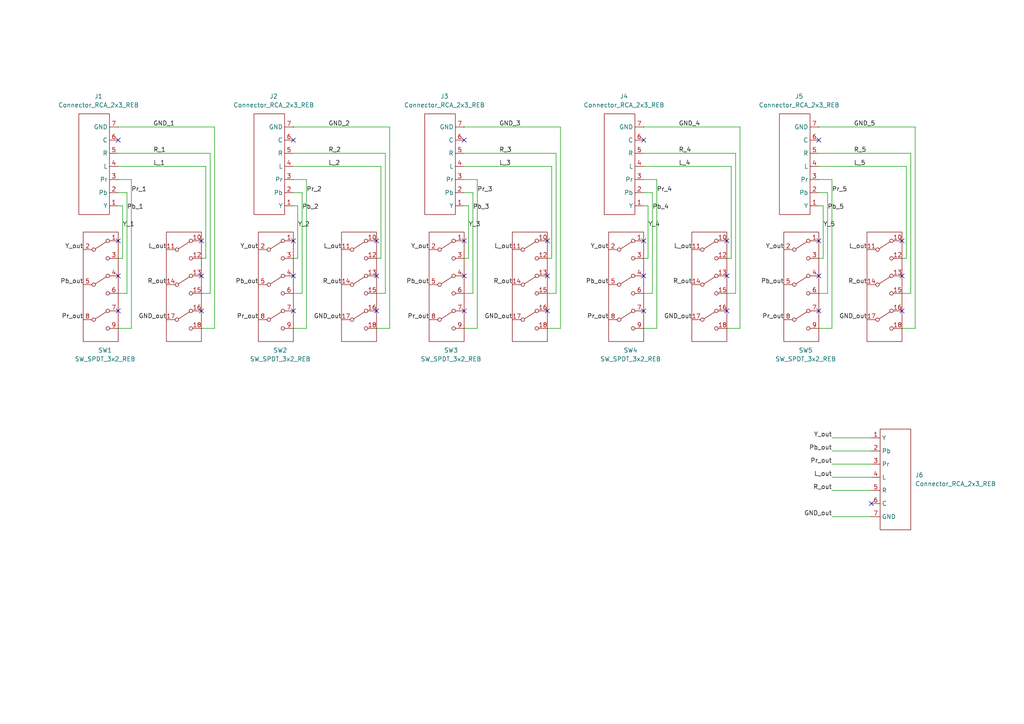
<source format=kicad_sch>
(kicad_sch (version 20211123) (generator eeschema)
  (paper "A4")
  (lib_symbols
    (symbol "Connector_RCA_2x3_REB_1"
      (property "Reference" "J" (at 11.43 2.54 0))
      (property "Value" "Connector_RCA_2x3_REB_1" (at 19.05 -13.97 90))
      (symbol "Connector_RCA_2x3_REB_1_0_1"
        (rectangle (start 5.08 -25.4) (end 5.08 -25.4))
        (rectangle (start 5.08 -25.4) (end 5.08 -25.4))
        (rectangle (start 5.08 -25.4) (end 5.08 -25.4))
        (rectangle (start 5.08 -25.4) (end 5.08 -25.4))
        (rectangle (start 5.08 -25.4) (end 5.08 -25.4))
        (rectangle (start 5.08 -25.4) (end 5.08 -25.4))
        (rectangle (start 5.08 -25.4) (end 5.08 -25.4))
        (rectangle (start 5.08 -25.4) (end 5.08 -25.4))
        (rectangle (start 5.08 -25.4) (end 5.08 -25.4))
        (rectangle (start 5.08 -25.4) (end 5.08 -25.4))
        (rectangle (start 5.08 -25.4) (end 5.08 -25.4))
        (rectangle (start 7.62 0) (end 16.51 -29.21))
      )
      (symbol "Connector_RCA_2x3_REB_1_1_1"
        (pin bidirectional line (at 5.08 -2.54 0) (length 2.54) (name "Y") (number "1"))
        (pin bidirectional line (at 5.08 -6.35 0) (length 2.54) (name "Pb") (number "2"))
        (pin bidirectional line (at 5.08 -10.16 0) (length 2.54) (name "Pr") (number "3"))
        (pin bidirectional line (at 5.08 -13.97 0) (length 2.54) (name "L") (number "4"))
        (pin bidirectional line (at 5.08 -17.78 0) (length 2.54) (name "R") (number "5"))
        (pin bidirectional line (at 5.08 -21.59 0) (length 2.54) (name "C") (number "6"))
        (pin bidirectional line (at 5.08 -25.4 0) (length 2.54) (name "GND") (number "7"))
        (pin passive line (at 5.08 -25.4 0) (length 2.54) hide (name "GND") (number "8"))
        (pin passive line (at 5.08 -25.4 0) (length 2.54) hide (name "GND") (number "9"))
      )
    )
    (symbol "Connector_RCA_2x3_REB_3"
      (property "Reference" "J" (at 11.43 2.54 0))
      (property "Value" "Connector_RCA_2x3_REB_3" (at 19.05 -13.97 90))
      (symbol "Connector_RCA_2x3_REB_3_0_1"
        (rectangle (start 5.08 -25.4) (end 5.08 -25.4))
        (rectangle (start 5.08 -25.4) (end 5.08 -25.4))
        (rectangle (start 5.08 -25.4) (end 5.08 -25.4))
        (rectangle (start 5.08 -25.4) (end 5.08 -25.4))
        (rectangle (start 5.08 -25.4) (end 5.08 -25.4))
        (rectangle (start 5.08 -25.4) (end 5.08 -25.4))
        (rectangle (start 5.08 -25.4) (end 5.08 -25.4))
        (rectangle (start 5.08 -25.4) (end 5.08 -25.4))
        (rectangle (start 5.08 -25.4) (end 5.08 -25.4))
        (rectangle (start 5.08 -25.4) (end 5.08 -25.4))
        (rectangle (start 5.08 -25.4) (end 5.08 -25.4))
        (rectangle (start 7.62 0) (end 16.51 -29.21))
      )
      (symbol "Connector_RCA_2x3_REB_3_1_1"
        (pin bidirectional line (at 5.08 -2.54 0) (length 2.54) (name "Y") (number "1"))
        (pin bidirectional line (at 5.08 -6.35 0) (length 2.54) (name "Pb") (number "2"))
        (pin bidirectional line (at 5.08 -10.16 0) (length 2.54) (name "Pr") (number "3"))
        (pin bidirectional line (at 5.08 -13.97 0) (length 2.54) (name "L") (number "4"))
        (pin bidirectional line (at 5.08 -17.78 0) (length 2.54) (name "R") (number "5"))
        (pin bidirectional line (at 5.08 -21.59 0) (length 2.54) (name "C") (number "6"))
        (pin bidirectional line (at 5.08 -25.4 0) (length 2.54) (name "GND") (number "7"))
        (pin passive line (at 5.08 -25.4 0) (length 2.54) hide (name "GND") (number "8"))
        (pin passive line (at 5.08 -25.4 0) (length 2.54) hide (name "GND") (number "9"))
      )
    )
    (symbol "User:SW_SPDT_3x2_REB" (pin_names (offset 0) hide)
      (property "Reference" "SW" (at 12.7 6.35 0))
      (property "Value" "SW_SPDT_3x2_REB" (at 12.7 8.89 0))
      (symbol "SW_SPDT_3x2_REB_0_0"
        (circle (center -2.032 -20.32) (radius 0.508))
        (circle (center -2.032 -10.16) (radius 0.508))
        (circle (center -2.032 0) (radius 0.508))
        (circle (center 2.032 -22.86) (radius 0.508))
        (circle (center 2.032 -12.7) (radius 0.508))
        (circle (center 2.032 -2.54) (radius 0.508))
        (circle (center 22.098 -20.32) (radius 0.508))
        (circle (center 22.098 -10.16) (radius 0.508))
        (circle (center 22.098 0) (radius 0.508))
        (circle (center 26.162 -22.86) (radius 0.508))
        (circle (center 26.162 -12.7) (radius 0.508))
        (circle (center 26.162 -2.54) (radius 0.508))
      )
      (symbol "SW_SPDT_3x2_REB_0_1"
        (rectangle (start -5.08 5.08) (end 5.08 -26.67))
        (polyline (pts (xy -1.524 -20.066) (xy 1.651 -18.034)))
        (polyline (pts (xy -1.524 -9.906) (xy 1.651 -7.874)))
        (polyline (pts (xy -1.524 0.254) (xy 1.651 2.286)))
        (polyline (pts (xy 22.606 -20.066) (xy 25.781 -18.034)))
        (polyline (pts (xy 22.606 -9.906) (xy 25.781 -7.874)))
        (polyline (pts (xy 22.606 0.254) (xy 25.781 2.286)))
        (circle (center 2.032 -17.78) (radius 0.508))
        (circle (center 2.032 -7.62) (radius 0.508))
        (circle (center 2.032 2.54) (radius 0.508))
        (rectangle (start 19.05 5.08) (end 29.21 -26.67))
        (circle (center 26.162 -17.78) (radius 0.508))
        (circle (center 26.162 -7.62) (radius 0.508))
        (circle (center 26.162 2.54) (radius 0.508))
      )
      (symbol "SW_SPDT_3x2_REB_1_1"
        (pin passive line (at 5.08 2.54 180) (length 2.54) (name "A") (number "1"))
        (pin passive line (at 29.21 2.54 180) (length 2.54) (name "A") (number "10"))
        (pin passive line (at 19.05 0 0) (length 2.54) (name "C") (number "11"))
        (pin passive line (at 29.21 -2.54 180) (length 2.54) (name "C") (number "12"))
        (pin passive line (at 29.21 -7.62 180) (length 2.54) (name "A") (number "13"))
        (pin passive line (at 19.05 -10.16 0) (length 2.54) (name "B") (number "14"))
        (pin passive line (at 29.21 -12.7 180) (length 2.54) (name "C") (number "15"))
        (pin passive line (at 29.21 -17.78 180) (length 2.54) (name "A") (number "16"))
        (pin passive line (at 19.05 -20.32 0) (length 2.54) (name "B") (number "17"))
        (pin passive line (at 29.21 -22.86 180) (length 2.54) (name "C") (number "18"))
        (pin passive line (at -5.08 0 0) (length 2.54) (name "OA") (number "2"))
        (pin passive line (at 5.08 -2.54 180) (length 2.54) (name "C") (number "3"))
        (pin passive line (at 5.08 -7.62 180) (length 2.54) (name "A") (number "4"))
        (pin passive line (at -5.08 -10.16 0) (length 2.54) (name "B") (number "5"))
        (pin passive line (at 5.08 -12.7 180) (length 2.54) (name "C") (number "6"))
        (pin passive line (at 5.08 -17.78 180) (length 2.54) (name "A") (number "7"))
        (pin passive line (at -5.08 -20.32 0) (length 2.54) (name "B") (number "8"))
        (pin passive line (at 5.08 -22.86 180) (length 2.54) (name "C") (number "9"))
      )
    )
  )
  (no_connect (at 261.62 80.01))
  (no_connect (at 158.75 69.85))
  (no_connect (at 109.22 80.01))
  (no_connect (at 210.82 90.17))
  (no_connect (at 134.62 90.17))
  (no_connect (at 261.62 90.17))
  (no_connect (at 134.62 40.64))
  (no_connect (at 186.69 90.17))
  (no_connect (at 109.22 90.17))
  (no_connect (at 85.09 69.85))
  (no_connect (at 237.49 40.64))
  (no_connect (at 237.49 90.17))
  (no_connect (at 58.42 90.17))
  (no_connect (at 158.75 80.01))
  (no_connect (at 158.75 90.17))
  (no_connect (at 85.09 90.17))
  (no_connect (at 252.73 146.05))
  (no_connect (at 186.69 69.85))
  (no_connect (at 210.82 69.85))
  (no_connect (at 210.82 80.01))
  (no_connect (at 34.29 40.64))
  (no_connect (at 85.09 80.01))
  (no_connect (at 109.22 69.85))
  (no_connect (at 58.42 80.01))
  (no_connect (at 134.62 80.01))
  (no_connect (at 85.09 40.64))
  (no_connect (at 34.29 80.01))
  (no_connect (at 34.29 69.85))
  (no_connect (at 34.29 90.17))
  (no_connect (at 58.42 69.85))
  (no_connect (at 237.49 69.85))
  (no_connect (at 261.62 69.85))
  (no_connect (at 186.69 80.01))
  (no_connect (at 134.62 69.85))
  (no_connect (at 186.69 40.64))
  (no_connect (at 237.49 80.01))
  (wire (pts (xy 85.09 55.88) (xy 87.63 55.88)))
  (wire (pts (xy 60.96 44.45) (xy 60.96 85.09)))
  (wire (pts (xy 85.09 59.69) (xy 86.36 59.69)))
  (wire (pts (xy 237.49 55.88) (xy 240.03 55.88)))
  (wire (pts (xy 38.1 95.25) (xy 34.29 95.25)))
  (wire (pts (xy 62.23 36.83) (xy 62.23 95.25)))
  (wire (pts (xy 38.1 52.07) (xy 38.1 95.25)))
  (wire (pts (xy 214.63 95.25) (xy 210.82 95.25)))
  (wire (pts (xy 110.49 74.93) (xy 109.22 74.93)))
  (wire (pts (xy 113.03 95.25) (xy 109.22 95.25)))
  (wire (pts (xy 34.29 36.83) (xy 62.23 36.83)))
  (wire (pts (xy 35.56 59.69) (xy 35.56 74.93)))
  (wire (pts (xy 161.29 85.09) (xy 158.75 85.09)))
  (wire (pts (xy 135.89 59.69) (xy 135.89 74.93)))
  (wire (pts (xy 213.36 44.45) (xy 213.36 85.09)))
  (wire (pts (xy 237.49 59.69) (xy 238.76 59.69)))
  (wire (pts (xy 34.29 48.26) (xy 59.69 48.26)))
  (wire (pts (xy 186.69 59.69) (xy 187.96 59.69)))
  (wire (pts (xy 190.5 52.07) (xy 190.5 95.25)))
  (wire (pts (xy 160.02 48.26) (xy 160.02 74.93)))
  (wire (pts (xy 189.23 55.88) (xy 189.23 85.09)))
  (wire (pts (xy 135.89 74.93) (xy 134.62 74.93)))
  (wire (pts (xy 262.89 48.26) (xy 262.89 74.93)))
  (wire (pts (xy 111.76 85.09) (xy 109.22 85.09)))
  (wire (pts (xy 85.09 36.83) (xy 113.03 36.83)))
  (wire (pts (xy 134.62 44.45) (xy 161.29 44.45)))
  (wire (pts (xy 87.63 55.88) (xy 87.63 85.09)))
  (wire (pts (xy 238.76 59.69) (xy 238.76 74.93)))
  (wire (pts (xy 265.43 36.83) (xy 265.43 95.25)))
  (wire (pts (xy 59.69 74.93) (xy 58.42 74.93)))
  (wire (pts (xy 86.36 74.93) (xy 85.09 74.93)))
  (wire (pts (xy 186.69 36.83) (xy 214.63 36.83)))
  (wire (pts (xy 87.63 85.09) (xy 85.09 85.09)))
  (wire (pts (xy 85.09 48.26) (xy 110.49 48.26)))
  (wire (pts (xy 241.3 130.81) (xy 252.73 130.81)))
  (wire (pts (xy 110.49 48.26) (xy 110.49 74.93)))
  (wire (pts (xy 264.16 44.45) (xy 264.16 85.09)))
  (wire (pts (xy 35.56 74.93) (xy 34.29 74.93)))
  (wire (pts (xy 34.29 44.45) (xy 60.96 44.45)))
  (wire (pts (xy 134.62 36.83) (xy 162.56 36.83)))
  (wire (pts (xy 59.69 48.26) (xy 59.69 74.93)))
  (wire (pts (xy 36.83 55.88) (xy 36.83 85.09)))
  (wire (pts (xy 160.02 74.93) (xy 158.75 74.93)))
  (wire (pts (xy 186.69 55.88) (xy 189.23 55.88)))
  (wire (pts (xy 36.83 85.09) (xy 34.29 85.09)))
  (wire (pts (xy 137.16 55.88) (xy 137.16 85.09)))
  (wire (pts (xy 264.16 85.09) (xy 261.62 85.09)))
  (wire (pts (xy 162.56 95.25) (xy 158.75 95.25)))
  (wire (pts (xy 213.36 85.09) (xy 210.82 85.09)))
  (wire (pts (xy 187.96 59.69) (xy 187.96 74.93)))
  (wire (pts (xy 186.69 44.45) (xy 213.36 44.45)))
  (wire (pts (xy 214.63 36.83) (xy 214.63 95.25)))
  (wire (pts (xy 113.03 36.83) (xy 113.03 95.25)))
  (wire (pts (xy 241.3 95.25) (xy 237.49 95.25)))
  (wire (pts (xy 241.3 127) (xy 252.73 127)))
  (wire (pts (xy 85.09 44.45) (xy 111.76 44.45)))
  (wire (pts (xy 240.03 55.88) (xy 240.03 85.09)))
  (wire (pts (xy 161.29 44.45) (xy 161.29 85.09)))
  (wire (pts (xy 262.89 74.93) (xy 261.62 74.93)))
  (wire (pts (xy 189.23 85.09) (xy 186.69 85.09)))
  (wire (pts (xy 265.43 95.25) (xy 261.62 95.25)))
  (wire (pts (xy 212.09 74.93) (xy 210.82 74.93)))
  (wire (pts (xy 162.56 36.83) (xy 162.56 95.25)))
  (wire (pts (xy 240.03 85.09) (xy 237.49 85.09)))
  (wire (pts (xy 88.9 52.07) (xy 88.9 95.25)))
  (wire (pts (xy 241.3 138.43) (xy 252.73 138.43)))
  (wire (pts (xy 241.3 52.07) (xy 241.3 95.25)))
  (wire (pts (xy 62.23 95.25) (xy 58.42 95.25)))
  (wire (pts (xy 237.49 48.26) (xy 262.89 48.26)))
  (wire (pts (xy 60.96 85.09) (xy 58.42 85.09)))
  (wire (pts (xy 138.43 95.25) (xy 134.62 95.25)))
  (wire (pts (xy 237.49 44.45) (xy 264.16 44.45)))
  (wire (pts (xy 212.09 48.26) (xy 212.09 74.93)))
  (wire (pts (xy 134.62 59.69) (xy 135.89 59.69)))
  (wire (pts (xy 34.29 59.69) (xy 35.56 59.69)))
  (wire (pts (xy 238.76 74.93) (xy 237.49 74.93)))
  (wire (pts (xy 138.43 52.07) (xy 138.43 95.25)))
  (wire (pts (xy 186.69 48.26) (xy 212.09 48.26)))
  (wire (pts (xy 237.49 52.07) (xy 241.3 52.07)))
  (wire (pts (xy 187.96 74.93) (xy 186.69 74.93)))
  (wire (pts (xy 190.5 95.25) (xy 186.69 95.25)))
  (wire (pts (xy 85.09 52.07) (xy 88.9 52.07)))
  (wire (pts (xy 34.29 55.88) (xy 36.83 55.88)))
  (wire (pts (xy 241.3 134.62) (xy 252.73 134.62)))
  (wire (pts (xy 86.36 59.69) (xy 86.36 74.93)))
  (wire (pts (xy 88.9 95.25) (xy 85.09 95.25)))
  (wire (pts (xy 186.69 52.07) (xy 190.5 52.07)))
  (wire (pts (xy 137.16 85.09) (xy 134.62 85.09)))
  (wire (pts (xy 111.76 44.45) (xy 111.76 85.09)))
  (wire (pts (xy 241.3 142.24) (xy 252.73 142.24)))
  (wire (pts (xy 134.62 48.26) (xy 160.02 48.26)))
  (wire (pts (xy 241.3 149.86) (xy 252.73 149.86)))
  (wire (pts (xy 134.62 55.88) (xy 137.16 55.88)))
  (wire (pts (xy 134.62 52.07) (xy 138.43 52.07)))
  (wire (pts (xy 237.49 36.83) (xy 265.43 36.83)))
  (wire (pts (xy 34.29 52.07) (xy 38.1 52.07)))
  (label "L_out" (at 148.59 72.39 180))
  (label "L_out" (at 251.46 72.39 180))
  (label "R_3" (at 144.78 44.45 0))
  (label "GND_out" (at 241.3 149.86 180))
  (label "Pr_out" (at 124.46 92.71 180))
  (label "Pr_3" (at 138.43 55.88 0))
  (label "Pr_out" (at 241.3 134.62 180))
  (label "Y_out" (at 227.33 72.39 180))
  (label "L_out" (at 99.06 72.39 180))
  (label "Y_5" (at 238.76 66.04 0))
  (label "GND_out" (at 99.06 92.71 180))
  (label "R_out" (at 48.26 82.55 180))
  (label "GND_3" (at 144.78 36.83 0))
  (label "Y_out" (at 24.13 72.39 180))
  (label "L_1" (at 44.45 48.26 0))
  (label "GND_1" (at 44.45 36.83 0))
  (label "Pr_out" (at 24.13 92.71 180))
  (label "GND_out" (at 148.59 92.71 180))
  (label "Y_out" (at 176.53 72.39 180))
  (label "GND_5" (at 247.65 36.83 0))
  (label "R_2" (at 95.25 44.45 0))
  (label "Y_out" (at 74.93 72.39 180))
  (label "Pr_5" (at 241.3 55.88 0))
  (label "R_1" (at 44.45 44.45 0))
  (label "Pb_out" (at 227.33 82.55 180))
  (label "R_out" (at 99.06 82.55 180))
  (label "Pb_out" (at 24.13 82.55 180))
  (label "Pr_2" (at 88.9 55.88 0))
  (label "R_out" (at 251.46 82.55 180))
  (label "Y_4" (at 187.96 66.04 0))
  (label "GND_out" (at 200.66 92.71 180))
  (label "Pb_5" (at 240.03 60.96 0))
  (label "R_out" (at 200.66 82.55 180))
  (label "Pb_out" (at 176.53 82.55 180))
  (label "L_out" (at 48.26 72.39 180))
  (label "GND_out" (at 251.46 92.71 180))
  (label "Pr_out" (at 227.33 92.71 180))
  (label "GND_2" (at 95.25 36.83 0))
  (label "L_out" (at 200.66 72.39 180))
  (label "Y_1" (at 35.56 66.04 0))
  (label "Y_2" (at 86.36 66.04 0))
  (label "Pb_2" (at 87.63 60.96 0))
  (label "R_5" (at 247.65 44.45 0))
  (label "L_4" (at 196.85 48.26 0))
  (label "R_4" (at 196.85 44.45 0))
  (label "Pb_out" (at 124.46 82.55 180))
  (label "Y_out" (at 124.46 72.39 180))
  (label "Pr_out" (at 176.53 92.71 180))
  (label "L_3" (at 144.78 48.26 0))
  (label "Pr_1" (at 38.1 55.88 0))
  (label "Y_out" (at 241.3 127 180))
  (label "Pb_4" (at 189.23 60.96 0))
  (label "R_out" (at 241.3 142.24 180))
  (label "R_out" (at 148.59 82.55 180))
  (label "Pr_out" (at 74.93 92.71 180))
  (label "Pb_out" (at 74.93 82.55 180))
  (label "GND_out" (at 48.26 92.71 180))
  (label "Pr_4" (at 190.5 55.88 0))
  (label "Pb_1" (at 36.83 60.96 0))
  (label "L_out" (at 241.3 138.43 180))
  (label "Pb_out" (at 241.3 130.81 180))
  (label "L_5" (at 247.65 48.26 0))
  (label "GND_4" (at 196.85 36.83 0))
  (label "L_2" (at 95.25 48.26 0))
  (label "Pb_3" (at 137.16 60.96 0))
  (label "Y_3" (at 135.89 66.04 0))
  (symbol (lib_id "User:SW_SPDT_3x2_REB") (at 80.01 72.39 0) (unit 1)
    (property "Reference" "SW2" (at 81.28 101.6 0))
    (property "Value" "SW_SPDT_3x2_REB" (at 81.28 104.14 0))
    (property "Footprint" "User:SW_SPDT_3x2_REB" (effects hide))
  )
  (symbol (lib_id "User:SW_SPDT_3x2_REB") (at 181.61 72.39 0) (unit 1)
    (property "Reference" "SW4" (at 182.88 101.6 0))
    (property "Value" "SW_SPDT_3x2_REB" (at 182.88 104.14 0))
    (property "Footprint" "User:SW_SPDT_3x2_REB" (effects hide))
  )
  (symbol (lib_id "User:SW_SPDT_3x2_REB") (at 129.54 72.39 0) (unit 1)
    (property "Reference" "SW3" (at 130.81 101.6 0))
    (property "Value" "SW_SPDT_3x2_REB" (at 130.81 104.14 0))
    (property "Footprint" "User:SW_SPDT_3x2_REB" (effects hide))
  )
  (symbol (lib_id "User:SW_SPDT_3x2_REB") (at 29.21 72.39 0) (unit 1)
    (property "Reference" "SW1" (at 30.48 101.6 0))
    (property "Value" "SW_SPDT_3x2_REB" (at 30.48 104.14 0))
    (property "Footprint" "User:SW_SPDT_3x2_REB" (effects hide))
  )
  (symbol (lib_name "Connector_RCA_2x3_REB_3") (lib_id "User:Connector_RCA_2x3_REB") (at 90.17 62.23 180) (unit 1)
    (property "Reference" "J2" (at 79.375 27.94 0))
    (property "Value" "Connector_RCA_2x3_REB" (at 79.375 30.48 0))
    (property "Footprint" "User:Connector_RCA_2x3_REB" (effects hide))
  )
  (symbol (lib_id "User:SW_SPDT_3x2_REB") (at 232.41 72.39 0) (unit 1)
    (property "Reference" "SW5" (at 233.68 101.6 0))
    (property "Value" "SW_SPDT_3x2_REB" (at 233.68 104.14 0))
    (property "Footprint" "User:SW_SPDT_3x2_REB" (effects hide))
  )
  (symbol (lib_name "Connector_RCA_2x3_REB_3") (lib_id "User:Connector_RCA_2x3_REB") (at 191.77 62.23 180) (unit 1)
    (property "Reference" "J4" (at 180.975 27.94 0))
    (property "Value" "Connector_RCA_2x3_REB" (at 180.975 30.48 0))
    (property "Footprint" "User:Connector_RCA_2x3_REB" (effects hide))
  )
  (symbol (lib_name "Connector_RCA_2x3_REB_3") (lib_id "User:Connector_RCA_2x3_REB") (at 242.57 62.23 180) (unit 1)
    (property "Reference" "J5" (at 231.775 27.94 0))
    (property "Value" "Connector_RCA_2x3_REB" (at 231.775 30.48 0))
    (property "Footprint" "User:Connector_RCA_2x3_REB" (effects hide))
  )
  (symbol (lib_name "Connector_RCA_2x3_REB_3") (lib_id "User:Connector_RCA_2x3_REB") (at 39.37 62.23 180) (unit 1)
    (property "Reference" "J1" (at 28.575 27.94 0))
    (property "Value" "Connector_RCA_2x3_REB" (at 28.575 30.48 0))
    (property "Footprint" "User:Connector_RCA_2x3_REB" (effects hide))
  )
  (symbol (lib_name "Connector_RCA_2x3_REB_3") (lib_id "User:Connector_RCA_2x3_REB") (at 139.7 62.23 180) (unit 1)
    (property "Reference" "J3" (at 128.905 27.94 0))
    (property "Value" "Connector_RCA_2x3_REB" (at 128.905 30.48 0))
    (property "Footprint" "User:Connector_RCA_2x3_REB" (effects hide))
  )
  (symbol (lib_name "Connector_RCA_2x3_REB_1") (lib_id "User:Connector_RCA_2x3_REB") (at 247.65 124.46 0) (unit 1)
    (property "Reference" "J6" (at 265.43 137.7949 0) (effects (justify left)))
    (property "Value" "Connector_RCA_2x3_REB" (at 265.43 140.3349 0) (effects (justify left)))
    (property "Footprint" "User:Connector_RCA_2x3_REB" (effects hide))
  )
)
</source>
